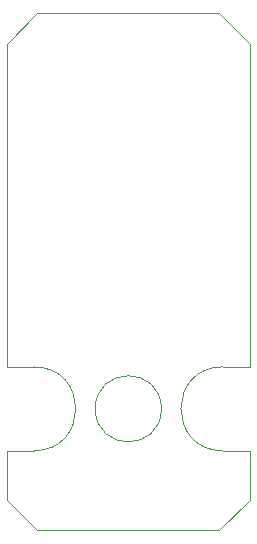
<source format=gm1>
G04 #@! TF.GenerationSoftware,KiCad,Pcbnew,(6.0.5)*
G04 #@! TF.CreationDate,2022-09-09T15:45:55+09:00*
G04 #@! TF.ProjectId,UnitBase,556e6974-4261-4736-952e-6b696361645f,rev?*
G04 #@! TF.SameCoordinates,Original*
G04 #@! TF.FileFunction,Profile,NP*
%FSLAX46Y46*%
G04 Gerber Fmt 4.6, Leading zero omitted, Abs format (unit mm)*
G04 Created by KiCad (PCBNEW (6.0.5)) date 2022-09-09 15:45:55*
%MOMM*%
%LPD*%
G01*
G04 APERTURE LIST*
G04 #@! TA.AperFunction,Profile*
%ADD10C,0.100000*%
G04 #@! TD*
G04 APERTURE END LIST*
D10*
X142300000Y-111760000D02*
X139700000Y-109160000D01*
X142000000Y-97910000D02*
X139700000Y-97910000D01*
X152800000Y-101460000D02*
G75*
G03*
X152800000Y-101460000I-2800000J0D01*
G01*
X139700000Y-70560000D02*
X142300000Y-67960000D01*
X158000000Y-97910000D02*
G75*
G03*
X158000000Y-105010000I0J-3550000D01*
G01*
X142300000Y-67960000D02*
X157700000Y-67960000D01*
X139700000Y-97910000D02*
X139700000Y-70560000D01*
X160300000Y-109160000D02*
X157700000Y-111760000D01*
X139700000Y-105010000D02*
X142000000Y-105010000D01*
X160300000Y-105010000D02*
X160300000Y-109160000D01*
X142000000Y-105010000D02*
G75*
G03*
X142000000Y-97910000I0J3550000D01*
G01*
X157700000Y-67960000D02*
X160300000Y-70560000D01*
X160300000Y-97910000D02*
X158000000Y-97910000D01*
X160300000Y-70560000D02*
X160300000Y-97910000D01*
X158000000Y-105010000D02*
X160300000Y-105010000D01*
X157700000Y-111760000D02*
X142300000Y-111760000D01*
X139700000Y-109160000D02*
X139700000Y-105010000D01*
M02*

</source>
